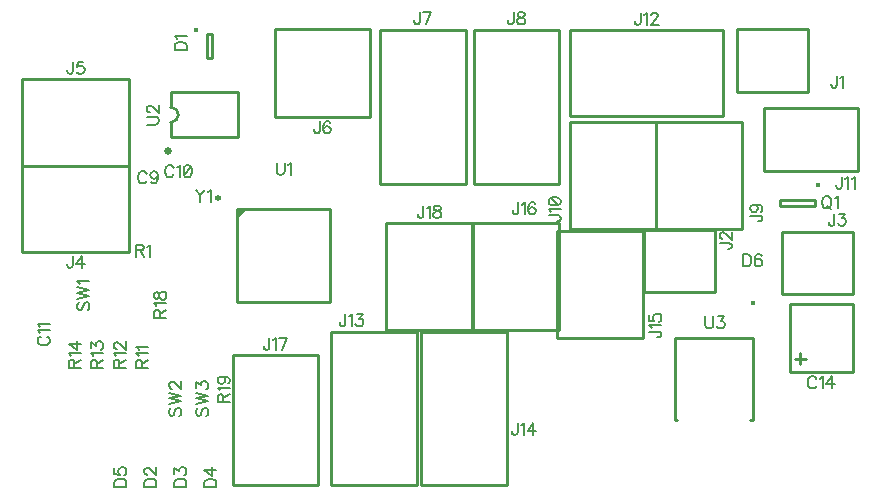
<source format=gbr>
G04 DipTrace 3.2.0.0*
G04 Science_board_v2_TopSilk.gbr*
%MOMM*%
G04 #@! TF.FileFunction,Legend,Top*
G04 #@! TF.Part,Single*
%ADD10C,0.25*%
%ADD24O,0.39176X0.39154*%
%ADD34O,0.39127X0.39157*%
%ADD38O,0.52705X0.52578*%
%ADD41C,0.63516*%
%ADD43C,0.39142*%
%ADD104C,0.15*%
%FSLAX35Y35*%
G04*
G71*
G90*
G75*
G01*
G04 TopSilk*
%LPD*%
X7223250Y1074000D2*
D10*
X6688250D1*
Y1654000D1*
X7223250D1*
Y1074000D1*
X6778237Y1144006D2*
Y1234022D1*
X6828260Y1189014D2*
X6733243D1*
D24*
X1663885Y3970342D3*
X1751263Y3937005D2*
D10*
Y3736988D1*
X1801237D1*
Y3937005D1*
X1751263D1*
X6245235Y3979750D2*
X6845250D1*
Y3449726D1*
X6245235D1*
Y3979750D1*
X5456852Y2283013D2*
X6056867D1*
Y1752989D1*
X5456852D1*
Y2283013D1*
X6626235Y2265250D2*
X7226250D1*
Y1735226D1*
X6626235D1*
Y2265250D1*
X192750Y2824500D2*
X1097750D1*
Y2094500D1*
X192750D1*
Y2824500D1*
Y3554750D2*
X1097750D1*
Y2824750D1*
X192750D1*
Y3554750D1*
X3138000Y3233250D2*
X2328000D1*
Y3983250D1*
X3138000D1*
Y3233250D1*
X3944250Y3973250D2*
X3219250D1*
Y2673250D1*
X3944250D1*
Y3973250D1*
X4738000D2*
X4013000D1*
Y2673250D1*
X4738000D1*
Y3973250D1*
X6288500Y3193000D2*
X5558500D1*
Y2288000D1*
X6288500D1*
Y3193000D1*
X5558250D2*
X4828250D1*
Y2288000D1*
X5558250D1*
Y3193000D1*
X6467480Y3313000D2*
X7267500D1*
Y2782976D1*
X6467480D1*
Y3313000D1*
X4828290Y3971813D2*
X6128290D1*
Y3246813D1*
X4828290D1*
Y3971813D1*
X2807000Y119250D2*
X3532000D1*
Y1419250D1*
X2807000D1*
Y119250D1*
X3569000D2*
X4294000D1*
Y1419250D1*
X3569000D1*
Y119250D1*
X5446337Y2272250D2*
X4716337D1*
Y1367250D1*
X5446337D1*
Y2272250D1*
X4732173Y2335750D2*
X4002173D1*
Y1430750D1*
X4732173D1*
Y2335750D1*
X2695067Y1219620D2*
X1975067D1*
Y119620D1*
X2695067D1*
Y1219620D1*
X4003680Y2335750D2*
X3273680D1*
Y1430750D1*
X4003680D1*
Y2335750D1*
D34*
X6929106Y2660869D3*
X6905736Y2533512D2*
D10*
X6605750D1*
Y2483488D1*
X6905736D1*
Y2533512D1*
X2010030Y2461470D2*
X2799970D1*
Y1671530D1*
X2010030D1*
Y2461470D1*
G36*
D2*
Y2369395D1*
X2102105Y2461470D1*
X2010030D1*
G37*
D38*
X1851979Y2553672D3*
X1448983Y3445435D2*
D10*
X2020498D1*
Y3064432D1*
X1448983D1*
Y3191409D1*
Y3445435D2*
Y3318458D1*
Y3191409D2*
G03X1448983Y3318458I-9J63525D01*
G01*
D41*
X1426486Y2948188D3*
X6376679Y1368318D2*
D10*
X5716680D1*
X6376679Y668321D2*
Y1368318D1*
Y668321D2*
X6356702D1*
X5716680D2*
Y1368318D1*
Y668321D2*
X5736657D1*
D43*
X6374309Y1660281D3*
X1245656Y2751858D2*
D104*
X1240827Y2761516D1*
X1231056Y2771287D1*
X1221397Y2776116D1*
X1201968D1*
X1192197Y2771287D1*
X1182539Y2761516D1*
X1177597Y2751858D1*
X1172768Y2737258D1*
Y2712887D1*
X1177597Y2698399D1*
X1182539Y2688629D1*
X1192197Y2678970D1*
X1201968Y2674029D1*
X1221397D1*
X1231056Y2678970D1*
X1240827Y2688629D1*
X1245656Y2698399D1*
X1338885Y2742087D2*
X1333944Y2727487D1*
X1324285Y2717716D1*
X1309685Y2712887D1*
X1304856D1*
X1290256Y2717716D1*
X1280597Y2727487D1*
X1275656Y2742087D1*
Y2746916D1*
X1280597Y2761516D1*
X1290256Y2771175D1*
X1304856Y2776004D1*
X1309685D1*
X1324285Y2771175D1*
X1333944Y2761516D1*
X1338885Y2742087D1*
Y2717716D1*
X1333944Y2693458D1*
X1324285Y2678858D1*
X1309685Y2674029D1*
X1300027D1*
X1285427Y2678858D1*
X1280597Y2688629D1*
X1474229Y2804901D2*
X1469400Y2814559D1*
X1459629Y2824330D1*
X1449971Y2829159D1*
X1430542D1*
X1420771Y2824330D1*
X1411112Y2814559D1*
X1406171Y2804901D1*
X1401342Y2790301D1*
Y2765930D1*
X1406171Y2751443D1*
X1411112Y2741672D1*
X1420771Y2732013D1*
X1430542Y2727072D1*
X1449971D1*
X1459629Y2732013D1*
X1469400Y2741672D1*
X1474229Y2751443D1*
X1504229Y2809618D2*
X1514000Y2814559D1*
X1528600Y2829047D1*
Y2727072D1*
X1587800Y2829047D2*
X1573200Y2824218D1*
X1563429Y2809618D1*
X1558600Y2785359D1*
Y2770759D1*
X1563429Y2746501D1*
X1573200Y2731901D1*
X1587800Y2727072D1*
X1597458D1*
X1612058Y2731901D1*
X1621717Y2746501D1*
X1626658Y2770759D1*
Y2785359D1*
X1621717Y2809618D1*
X1612058Y2824218D1*
X1597458Y2829047D1*
X1587800D1*
X1621717Y2809618D2*
X1563429Y2746501D1*
X345922Y1376253D2*
X336264Y1371424D1*
X326493Y1361653D1*
X321664Y1351995D1*
Y1332566D1*
X326493Y1322795D1*
X336264Y1313136D1*
X345922Y1308195D1*
X360522Y1303366D1*
X384893D1*
X399381Y1308195D1*
X409152Y1313136D1*
X418810Y1322795D1*
X423752Y1332566D1*
Y1351995D1*
X418810Y1361653D1*
X409152Y1371424D1*
X399381Y1376253D1*
X341206Y1406253D2*
X336264Y1416024D1*
X321776Y1430624D1*
X423752D1*
X341206Y1460624D2*
X336264Y1470395D1*
X321776Y1484995D1*
X423752D1*
X6913565Y1015625D2*
X6908735Y1025283D1*
X6898965Y1035054D1*
X6889306Y1039883D1*
X6869877D1*
X6860106Y1035054D1*
X6850448Y1025283D1*
X6845506Y1015625D1*
X6840677Y1001025D1*
Y976654D1*
X6845506Y962166D1*
X6850448Y952395D1*
X6860106Y942737D1*
X6869877Y937795D1*
X6889306D1*
X6898965Y942737D1*
X6908735Y952395D1*
X6913565Y962166D1*
X6943565Y1020342D2*
X6953335Y1025283D1*
X6967935Y1039771D1*
Y937795D1*
X7046565D2*
Y1039771D1*
X6997935Y971825D1*
X7070823D1*
X1480304Y3802239D2*
X1582392D1*
Y3836268D1*
X1577450Y3850868D1*
X1567792Y3860639D1*
X1558021Y3865468D1*
X1543533Y3870297D1*
X1519162D1*
X1504562Y3865468D1*
X1494904Y3860639D1*
X1485133Y3850868D1*
X1480304Y3836268D1*
Y3802239D1*
X1499846Y3900297D2*
X1494904Y3910068D1*
X1480416Y3924668D1*
X1582392D1*
X1225554Y104442D2*
X1327642D1*
Y138471D1*
X1322700Y153071D1*
X1313042Y162842D1*
X1303271Y167671D1*
X1288783Y172500D1*
X1264412D1*
X1249812Y167671D1*
X1240154Y162842D1*
X1230383Y153071D1*
X1225554Y138471D1*
Y104442D1*
X1249925Y207442D2*
X1245096D1*
X1235325Y212271D1*
X1230496Y217100D1*
X1225666Y226871D1*
Y246300D1*
X1230496Y255959D1*
X1235325Y260788D1*
X1245096Y265729D1*
X1254754D1*
X1264525Y260788D1*
X1279012Y251129D1*
X1327642Y202500D1*
Y270558D1*
X1479554Y104442D2*
X1581642D1*
Y138471D1*
X1576700Y153071D1*
X1567042Y162842D1*
X1557271Y167671D1*
X1542783Y172500D1*
X1518412D1*
X1503812Y167671D1*
X1494154Y162842D1*
X1484383Y153071D1*
X1479554Y138471D1*
Y104442D1*
X1479666Y212271D2*
Y265617D1*
X1518525Y236529D1*
Y251129D1*
X1523354Y260788D1*
X1528183Y265617D1*
X1542783Y270559D1*
X1552442D1*
X1567042Y265617D1*
X1576812Y255958D1*
X1581642Y241358D1*
Y226758D1*
X1576812Y212271D1*
X1571871Y207442D1*
X1562212Y202500D1*
X1733554Y102027D2*
X1835642D1*
Y136056D1*
X1830700Y150656D1*
X1821042Y160427D1*
X1811271Y165256D1*
X1796783Y170086D1*
X1772412D1*
X1757812Y165256D1*
X1748154Y160427D1*
X1738383Y150656D1*
X1733554Y136056D1*
Y102027D1*
X1835642Y248715D2*
X1733666D1*
X1801612Y200086D1*
Y272973D1*
X971554Y104442D2*
X1073642D1*
Y138471D1*
X1068700Y153071D1*
X1059042Y162842D1*
X1049271Y167671D1*
X1034783Y172500D1*
X1010412D1*
X995812Y167671D1*
X986154Y162842D1*
X976383Y153071D1*
X971554Y138471D1*
Y104442D1*
X971666Y260788D2*
Y212271D1*
X1015354Y207442D1*
X1010525Y212271D1*
X1005583Y226871D1*
Y241359D1*
X1010525Y255959D1*
X1020183Y265729D1*
X1034783Y270559D1*
X1044442D1*
X1059042Y265729D1*
X1068812Y255958D1*
X1073642Y241358D1*
Y226871D1*
X1068812Y212271D1*
X1063871Y207442D1*
X1054212Y202500D1*
X6294402Y2074016D2*
Y1971929D1*
X6328432D1*
X6343032Y1976870D1*
X6352802Y1986529D1*
X6357632Y1996299D1*
X6362461Y2010787D1*
Y2035158D1*
X6357632Y2049758D1*
X6352802Y2059416D1*
X6343032Y2069187D1*
X6328432Y2074016D1*
X6294402D1*
X6450748Y2059416D2*
X6445919Y2069075D1*
X6431319Y2073904D1*
X6421661D1*
X6407061Y2069075D1*
X6397290Y2054475D1*
X6392461Y2030216D1*
Y2005958D1*
X6397290Y1986529D1*
X6407061Y1976758D1*
X6421661Y1971929D1*
X6426490D1*
X6440978Y1976758D1*
X6450748Y1986529D1*
X6455578Y2001129D1*
Y2005958D1*
X6450748Y2020558D1*
X6440978Y2030216D1*
X6426490Y2035046D1*
X6421661D1*
X6407061Y2030216D1*
X6397290Y2020558D1*
X6392461Y2005958D1*
X7088299Y3587023D2*
Y3509306D1*
X7083470Y3494706D1*
X7078528Y3489877D1*
X7068870Y3484935D1*
X7059099D1*
X7049441Y3489877D1*
X7044612Y3494706D1*
X7039670Y3509306D1*
Y3518965D1*
X7118299Y3567482D2*
X7128070Y3572423D1*
X7142670Y3586911D1*
Y3484935D1*
X6094634Y2167869D2*
X6172351D1*
X6186951Y2163040D1*
X6191780Y2158098D1*
X6196721Y2148440D1*
Y2138669D1*
X6191780Y2129011D1*
X6186951Y2124181D1*
X6172351Y2119240D1*
X6162692D1*
X6119005Y2202810D2*
X6114175D1*
X6104405Y2207640D1*
X6099575Y2212469D1*
X6094746Y2222240D1*
Y2241669D1*
X6099575Y2251327D1*
X6104405Y2256157D1*
X6114175Y2261098D1*
X6123834D1*
X6133605Y2256157D1*
X6148092Y2246498D1*
X6196721Y2197869D1*
Y2265927D1*
X7067482Y2417609D2*
Y2339893D1*
X7062653Y2325293D1*
X7057711Y2320463D1*
X7048053Y2315522D1*
X7038282D1*
X7028624Y2320463D1*
X7023794Y2325293D1*
X7018853Y2339893D1*
Y2349551D1*
X7107253Y2417497D2*
X7160599D1*
X7131511Y2378639D1*
X7146111D1*
X7155770Y2373809D1*
X7160599Y2368980D1*
X7165541Y2354380D1*
Y2344722D1*
X7160599Y2330122D1*
X7150941Y2320351D1*
X7136341Y2315522D1*
X7121741D1*
X7107253Y2320351D1*
X7102424Y2325293D1*
X7097482Y2334951D1*
X618121Y2060383D2*
Y1982666D1*
X613292Y1968066D1*
X608350Y1963237D1*
X598692Y1958295D1*
X588921D1*
X579262Y1963237D1*
X574433Y1968066D1*
X569492Y1982666D1*
Y1992325D1*
X696750Y1958295D2*
Y2060271D1*
X648121Y1992325D1*
X721008D1*
X620535Y3703196D2*
Y3625479D1*
X615706Y3610879D1*
X610765Y3606050D1*
X601106Y3601108D1*
X591335D1*
X581677Y3606050D1*
X576848Y3610879D1*
X571906Y3625479D1*
Y3635138D1*
X708823Y3703084D2*
X660306D1*
X655477Y3659396D1*
X660306Y3664225D1*
X674906Y3669167D1*
X689394D1*
X703994Y3664225D1*
X713765Y3654567D1*
X718594Y3639967D1*
Y3630308D1*
X713765Y3615708D1*
X703994Y3605938D1*
X689394Y3601108D1*
X674906D1*
X660306Y3605938D1*
X655477Y3610879D1*
X650535Y3620538D1*
X2710756Y3199133D2*
Y3121416D1*
X2705927Y3106816D1*
X2700985Y3101987D1*
X2691327Y3097045D1*
X2681556D1*
X2671898Y3101987D1*
X2667068Y3106816D1*
X2662127Y3121416D1*
Y3131075D1*
X2799044Y3184533D2*
X2794215Y3194192D1*
X2779615Y3199021D1*
X2769956D1*
X2755356Y3194192D1*
X2745585Y3179592D1*
X2740756Y3155333D1*
Y3131075D1*
X2745585Y3111645D1*
X2755356Y3101875D1*
X2769956Y3097045D1*
X2774785D1*
X2789273Y3101875D1*
X2799044Y3111645D1*
X2803873Y3126245D1*
Y3131075D1*
X2799044Y3145675D1*
X2789273Y3155333D1*
X2774785Y3160162D1*
X2769956D1*
X2755356Y3155333D1*
X2745585Y3145675D1*
X2740756Y3131075D1*
X3557035Y4121696D2*
Y4043979D1*
X3552206Y4029379D1*
X3547265Y4024550D1*
X3537606Y4019608D1*
X3527835D1*
X3518177Y4024550D1*
X3513348Y4029379D1*
X3508406Y4043979D1*
Y4053638D1*
X3606465Y4019608D2*
X3655094Y4121584D1*
X3587035D1*
X4350842Y4121696D2*
Y4043979D1*
X4346012Y4029379D1*
X4341071Y4024550D1*
X4331412Y4019608D1*
X4321642D1*
X4311983Y4024550D1*
X4307154Y4029379D1*
X4302212Y4043979D1*
Y4053638D1*
X4405100Y4121584D2*
X4390612Y4116755D1*
X4385671Y4107096D1*
Y4097325D1*
X4390612Y4087667D1*
X4400271Y4082725D1*
X4419700Y4077896D1*
X4434300Y4073067D1*
X4443958Y4063296D1*
X4448788Y4053638D1*
Y4039038D1*
X4443958Y4029379D1*
X4439129Y4024438D1*
X4424529Y4019608D1*
X4405100D1*
X4390612Y4024438D1*
X4385671Y4029379D1*
X4380842Y4039038D1*
Y4053638D1*
X4385671Y4063296D1*
X4395442Y4073067D1*
X4409929Y4077896D1*
X4429358Y4082725D1*
X4439129Y4087667D1*
X4443958Y4097325D1*
Y4107096D1*
X4439129Y4116755D1*
X4424529Y4121584D1*
X4405100D1*
X6354367Y2400700D2*
X6432084D1*
X6446684Y2395871D1*
X6451513Y2390929D1*
X6456455Y2381271D1*
Y2371500D1*
X6451513Y2361842D1*
X6446684Y2357013D1*
X6432084Y2352071D1*
X6422425D1*
X6388396Y2493929D2*
X6402996Y2488988D1*
X6412767Y2479329D1*
X6417596Y2464729D1*
Y2459900D1*
X6412767Y2445300D1*
X6402996Y2435642D1*
X6388396Y2430700D1*
X6383567D1*
X6368967Y2435642D1*
X6359309Y2445300D1*
X6354479Y2459900D1*
Y2464729D1*
X6359309Y2479329D1*
X6368967Y2488988D1*
X6388396Y2493929D1*
X6412767D1*
X6437026Y2488988D1*
X6451625Y2479329D1*
X6456455Y2464729D1*
Y2455071D1*
X6451626Y2440471D1*
X6441855Y2435642D1*
X4648054Y2402850D2*
X4725771D1*
X4740371Y2398021D1*
X4745200Y2393079D1*
X4750142Y2383421D1*
Y2373650D1*
X4745200Y2363992D1*
X4740371Y2359163D1*
X4725771Y2354221D1*
X4716112D1*
X4667596Y2432850D2*
X4662654Y2442621D1*
X4648166Y2457221D1*
X4750142D1*
X4648166Y2516421D2*
X4652996Y2501821D1*
X4667596Y2492050D1*
X4691854Y2487221D1*
X4706454D1*
X4730712Y2492050D1*
X4745312Y2501821D1*
X4750142Y2516421D1*
Y2526079D1*
X4745312Y2540679D1*
X4730712Y2550338D1*
X4706454Y2555279D1*
X4691854D1*
X4667596Y2550338D1*
X4652996Y2540679D1*
X4648166Y2526079D1*
Y2516421D1*
X4667596Y2550338D2*
X4730712Y2492050D1*
X7129944Y2731196D2*
Y2653479D1*
X7125115Y2638879D1*
X7120173Y2634050D1*
X7110515Y2629108D1*
X7100744D1*
X7091085Y2634050D1*
X7086256Y2638879D1*
X7081315Y2653479D1*
Y2663138D1*
X7159944Y2711655D2*
X7169715Y2716596D1*
X7184315Y2731084D1*
Y2629108D1*
X7214315Y2711655D2*
X7224085Y2716596D1*
X7238685Y2731084D1*
Y2629108D1*
X5426390Y4120259D2*
Y4042543D1*
X5421561Y4027943D1*
X5416619Y4023113D1*
X5406961Y4018172D1*
X5397190D1*
X5387532Y4023113D1*
X5382702Y4027943D1*
X5377761Y4042543D1*
Y4052201D1*
X5456390Y4100718D2*
X5466161Y4105659D1*
X5480761Y4120147D1*
Y4018172D1*
X5515702Y4095889D2*
Y4100718D1*
X5520532Y4110489D1*
X5525361Y4115318D1*
X5535132Y4120147D1*
X5554561D1*
X5564219Y4115318D1*
X5569048Y4110489D1*
X5573990Y4100718D1*
Y4091059D1*
X5569048Y4081289D1*
X5559390Y4066801D1*
X5510761Y4018172D1*
X5578819D1*
X2927100Y1567696D2*
Y1489979D1*
X2922271Y1475379D1*
X2917329Y1470550D1*
X2907671Y1465608D1*
X2897900D1*
X2888242Y1470550D1*
X2883412Y1475379D1*
X2878471Y1489979D1*
Y1499638D1*
X2957100Y1548155D2*
X2966871Y1553096D1*
X2981471Y1567584D1*
Y1465608D1*
X3021242Y1567584D2*
X3074588D1*
X3045500Y1528725D1*
X3060100D1*
X3069758Y1523896D1*
X3074588Y1519067D1*
X3079529Y1504467D1*
Y1494808D1*
X3074588Y1480208D1*
X3064929Y1470438D1*
X3050329Y1465608D1*
X3035729D1*
X3021242Y1470438D1*
X3016412Y1475379D1*
X3011471Y1485038D1*
X4385185Y646946D2*
Y569229D1*
X4380356Y554629D1*
X4375415Y549800D1*
X4365756Y544858D1*
X4355985D1*
X4346327Y549800D1*
X4341498Y554629D1*
X4336556Y569229D1*
Y578888D1*
X4415185Y627405D2*
X4424956Y632346D1*
X4439556Y646834D1*
Y544858D1*
X4518185D2*
Y646834D1*
X4469556Y578888D1*
X4542444D1*
X5500297Y1419110D2*
X5578014D1*
X5592614Y1414281D1*
X5597443Y1409339D1*
X5602385Y1399681D1*
Y1389910D1*
X5597443Y1380252D1*
X5592614Y1375423D1*
X5578014Y1370481D1*
X5568356D1*
X5519839Y1449110D2*
X5514897Y1458881D1*
X5500410Y1473481D1*
X5602385D1*
X5500410Y1561769D2*
Y1513252D1*
X5544097Y1508422D1*
X5539268Y1513252D1*
X5534327Y1527852D1*
Y1542339D1*
X5539268Y1556939D1*
X5548927Y1566710D1*
X5563527Y1571539D1*
X5573185D1*
X5587785Y1566710D1*
X5597556Y1556939D1*
X5602385Y1542339D1*
Y1527852D1*
X5597556Y1513252D1*
X5592614Y1508422D1*
X5582956Y1503481D1*
X4390721Y2513466D2*
Y2435749D1*
X4385892Y2421149D1*
X4380950Y2416320D1*
X4371292Y2411378D1*
X4361521D1*
X4351862Y2416320D1*
X4347033Y2421149D1*
X4342092Y2435749D1*
Y2445408D1*
X4420721Y2493925D2*
X4430492Y2498866D1*
X4445092Y2513354D1*
Y2411378D1*
X4533379Y2498866D2*
X4528550Y2508525D1*
X4513950Y2513354D1*
X4504292D1*
X4489692Y2508525D1*
X4479921Y2493925D1*
X4475092Y2469666D1*
Y2445408D1*
X4479921Y2425978D1*
X4489692Y2416208D1*
X4504292Y2411378D1*
X4509121D1*
X4523608Y2416208D1*
X4533379Y2425978D1*
X4538208Y2440578D1*
Y2445408D1*
X4533379Y2460008D1*
X4523608Y2469666D1*
X4509121Y2474495D1*
X4504292D1*
X4489692Y2469666D1*
X4479921Y2460008D1*
X4475092Y2445408D1*
X2283167Y1368066D2*
Y1290349D1*
X2278337Y1275749D1*
X2273396Y1270920D1*
X2263737Y1265978D1*
X2253967D1*
X2244308Y1270920D1*
X2239479Y1275749D1*
X2234537Y1290349D1*
Y1300008D1*
X2313167Y1348525D2*
X2322937Y1353466D1*
X2337537Y1367954D1*
Y1265978D1*
X2386967D2*
X2435596Y1367954D1*
X2367537D1*
X3586836Y2484196D2*
Y2406479D1*
X3582007Y2391879D1*
X3577065Y2387050D1*
X3567407Y2382108D1*
X3557636D1*
X3547978Y2387050D1*
X3543148Y2391879D1*
X3538207Y2406479D1*
Y2416138D1*
X3616836Y2464655D2*
X3626607Y2469596D1*
X3641207Y2484084D1*
Y2382108D1*
X3695465Y2484084D2*
X3680978Y2479255D1*
X3676036Y2469596D1*
Y2459825D1*
X3680978Y2450167D1*
X3690636Y2445225D1*
X3710065Y2440396D1*
X3724665Y2435567D1*
X3734324Y2425796D1*
X3739153Y2416138D1*
Y2401538D1*
X3734324Y2391879D1*
X3729495Y2386938D1*
X3714895Y2382108D1*
X3695465D1*
X3680978Y2386938D1*
X3676036Y2391879D1*
X3671207Y2401538D1*
Y2416138D1*
X3676036Y2425796D1*
X3685807Y2435567D1*
X3700295Y2440396D1*
X3719724Y2445225D1*
X3729495Y2450167D1*
X3734324Y2459825D1*
Y2469596D1*
X3729495Y2479255D1*
X3714895Y2484084D1*
X3695465D1*
X6992530Y2565839D2*
X6982872Y2561123D1*
X6973101Y2551352D1*
X6968272Y2541581D1*
X6963330Y2526981D1*
Y2502723D1*
X6968272Y2488123D1*
X6973101Y2478464D1*
X6982872Y2468693D1*
X6992530Y2463864D1*
X7011959D1*
X7021730Y2468693D1*
X7031388Y2478464D1*
X7036218Y2488123D1*
X7041159Y2502723D1*
Y2526981D1*
X7036218Y2541581D1*
X7031388Y2551352D1*
X7021730Y2561123D1*
X7011959Y2565839D1*
X6992530D1*
X7007130Y2483293D2*
X7036218Y2454093D1*
X7071159Y2546298D2*
X7080930Y2551239D1*
X7095530Y2565727D1*
Y2463752D1*
X1153375Y2108090D2*
X1197063D1*
X1211663Y2113032D1*
X1216605Y2117861D1*
X1221434Y2127519D1*
Y2137290D1*
X1216605Y2146949D1*
X1211663Y2151890D1*
X1197063Y2156719D1*
X1153375D1*
Y2054632D1*
X1187405Y2108090D2*
X1221434Y2054632D1*
X1251434Y2137178D2*
X1261205Y2142119D1*
X1275805Y2156607D1*
Y2054632D1*
X1204913Y1114944D2*
Y1158631D1*
X1199972Y1173231D1*
X1195142Y1178173D1*
X1185484Y1183002D1*
X1175713D1*
X1166055Y1178173D1*
X1161113Y1173231D1*
X1156284Y1158631D1*
Y1114944D1*
X1258372D1*
X1204913Y1148973D2*
X1258372Y1183002D1*
X1175826Y1213002D2*
X1170884Y1222773D1*
X1156396Y1237373D1*
X1258372D1*
X1175826Y1267373D2*
X1170884Y1277143D1*
X1156396Y1291743D1*
X1258372D1*
X1013433Y1115096D2*
Y1158784D1*
X1008492Y1173384D1*
X1003662Y1178326D1*
X994004Y1183155D1*
X984233D1*
X974575Y1178326D1*
X969633Y1173384D1*
X964804Y1158784D1*
Y1115096D1*
X1066892D1*
X1013433Y1149126D2*
X1066892Y1183155D1*
X984346Y1213155D2*
X979404Y1222926D1*
X964916Y1237526D1*
X1066892Y1237525D1*
X989175Y1272467D2*
X984346D1*
X974575Y1277296D1*
X969746Y1282126D1*
X964916Y1291896D1*
Y1311325D1*
X969746Y1320984D1*
X974575Y1325813D1*
X984346Y1330755D1*
X994004D1*
X1003775Y1325813D1*
X1018262Y1316155D1*
X1066892Y1267525D1*
Y1335584D1*
X822933Y1115096D2*
Y1158784D1*
X817992Y1173384D1*
X813162Y1178326D1*
X803504Y1183155D1*
X793733D1*
X784075Y1178326D1*
X779133Y1173384D1*
X774304Y1158784D1*
Y1115096D1*
X876392D1*
X822933Y1149126D2*
X876392Y1183155D1*
X793846Y1213155D2*
X788904Y1222926D1*
X774416Y1237526D1*
X876392Y1237525D1*
X774416Y1277296D2*
Y1330642D1*
X813275Y1301555D1*
Y1316155D1*
X818104Y1325813D1*
X822933Y1330642D1*
X837533Y1335584D1*
X847192D1*
X861792Y1330642D1*
X871562Y1320984D1*
X876392Y1306384D1*
Y1291784D1*
X871562Y1277296D1*
X866621Y1272467D1*
X856962Y1267525D1*
X632433Y1112682D2*
Y1156370D1*
X627492Y1170969D1*
X622662Y1175911D1*
X613004Y1180740D1*
X603233D1*
X593575Y1175911D1*
X588633Y1170970D1*
X583804Y1156370D1*
Y1112682D1*
X685892D1*
X632433Y1146711D2*
X685892Y1180740D1*
X603346Y1210740D2*
X598404Y1220511D1*
X583916Y1235111D1*
X685892D1*
Y1313740D2*
X583916D1*
X651862Y1265111D1*
Y1337998D1*
X1355403Y1538113D2*
Y1581800D1*
X1350462Y1596400D1*
X1345632Y1601342D1*
X1335974Y1606171D1*
X1326203D1*
X1316545Y1601342D1*
X1311603Y1596400D1*
X1306774Y1581800D1*
Y1538113D1*
X1408862D1*
X1355403Y1572142D2*
X1408862Y1606171D1*
X1326316Y1636171D2*
X1321374Y1645942D1*
X1306886Y1660542D1*
X1408862D1*
X1306886Y1714800D2*
X1311716Y1700312D1*
X1321374Y1695371D1*
X1331145D1*
X1340803Y1700312D1*
X1345745Y1709971D1*
X1350574Y1729400D1*
X1355403Y1744000D1*
X1365174Y1753659D1*
X1374832Y1758488D1*
X1389432D1*
X1399091Y1753658D1*
X1404032Y1748829D1*
X1408862Y1734229D1*
Y1714800D1*
X1404032Y1700312D1*
X1399091Y1695371D1*
X1389432Y1690542D1*
X1374832D1*
X1365174Y1695371D1*
X1355403Y1705142D1*
X1350574Y1719629D1*
X1345745Y1739059D1*
X1340803Y1748829D1*
X1331145Y1753659D1*
X1321374D1*
X1311716Y1748829D1*
X1306886Y1734229D1*
Y1714800D1*
X1893846Y823531D2*
X1893847Y867219D1*
X1888905Y881819D1*
X1884076Y886760D1*
X1874417Y891589D1*
X1864647D1*
X1854988Y886760D1*
X1850047Y881819D1*
X1845217Y867219D1*
Y823531D1*
X1947305D1*
X1893847Y857560D2*
X1947305Y891589D1*
X1864759Y921589D2*
X1859817Y931360D1*
X1845330Y945960D1*
X1947305D1*
X1879247Y1039189D2*
X1893847Y1034248D1*
X1903617Y1024589D1*
X1908447Y1009989D1*
Y1005160D1*
X1903617Y990560D1*
X1893847Y980902D1*
X1879247Y975960D1*
X1874417D1*
X1859817Y980902D1*
X1850159Y990560D1*
X1845330Y1005160D1*
Y1009989D1*
X1850159Y1024589D1*
X1859817Y1034248D1*
X1879247Y1039189D1*
X1903617D1*
X1927876Y1034248D1*
X1942476Y1024589D1*
X1947305Y1009989D1*
Y1000331D1*
X1942476Y985731D1*
X1932705Y980902D1*
X671214Y1666498D2*
X661443Y1656840D1*
X656614Y1642240D1*
Y1622811D1*
X661443Y1608211D1*
X671214Y1598440D1*
X680872D1*
X690643Y1603381D1*
X695472Y1608211D1*
X700302Y1617869D1*
X710072Y1647069D1*
X714902Y1656840D1*
X719843Y1661669D1*
X729502Y1666498D1*
X744102D1*
X753760Y1656840D1*
X758702Y1642240D1*
Y1622810D1*
X753760Y1608211D1*
X744102Y1598440D1*
X656614Y1696498D2*
X758702Y1720869D1*
X656614Y1745127D1*
X758702Y1769386D1*
X656614Y1793757D1*
X676156Y1823756D2*
X671214Y1833527D1*
X656726Y1848127D1*
X758702D1*
X1449504Y774504D2*
X1439733Y764846D1*
X1434904Y750246D1*
Y730817D1*
X1439733Y716217D1*
X1449504Y706446D1*
X1459162D1*
X1468933Y711388D1*
X1473762Y716217D1*
X1478592Y725875D1*
X1488362Y755075D1*
X1493192Y764846D1*
X1498133Y769675D1*
X1507792Y774504D1*
X1522392D1*
X1532050Y764846D1*
X1536992Y750246D1*
Y730817D1*
X1532050Y716217D1*
X1522392Y706446D1*
X1434904Y804504D2*
X1536992Y828875D1*
X1434904Y853133D1*
X1536992Y877392D1*
X1434904Y901763D1*
X1459275Y936704D2*
X1454446D1*
X1444675Y941533D1*
X1439846Y946363D1*
X1435016Y956133D1*
Y975563D1*
X1439846Y985221D1*
X1444675Y990050D1*
X1454446Y994992D1*
X1464104D1*
X1473875Y990050D1*
X1488362Y980392D1*
X1536992Y931763D1*
Y999821D1*
X1677484Y774504D2*
X1667713Y764846D1*
X1662884Y750246D1*
Y730817D1*
X1667713Y716217D1*
X1677484Y706446D1*
X1687142D1*
X1696913Y711388D1*
X1701742Y716217D1*
X1706572Y725875D1*
X1716342Y755075D1*
X1721172Y764846D1*
X1726113Y769675D1*
X1735772Y774504D1*
X1750372D1*
X1760030Y764846D1*
X1764972Y750246D1*
Y730817D1*
X1760030Y716217D1*
X1750372Y706446D1*
X1662884Y804504D2*
X1764972Y828875D1*
X1662884Y853133D1*
X1764972Y877392D1*
X1662884Y901763D1*
X1662996Y941533D2*
Y994880D1*
X1701855Y965792D1*
Y980392D1*
X1706684Y990050D1*
X1711513Y994880D1*
X1726113Y999821D1*
X1735772D1*
X1750372Y994879D1*
X1760142Y985221D1*
X1764972Y970621D1*
Y956021D1*
X1760142Y941533D1*
X1755201Y936704D1*
X1745542Y931763D1*
X2343785Y2849946D2*
Y2777058D1*
X2348615Y2762458D1*
X2358385Y2752800D1*
X2372985Y2747858D1*
X2382644D1*
X2397244Y2752800D1*
X2407015Y2762458D1*
X2411844Y2777058D1*
Y2849946D1*
X2441844Y2830405D2*
X2451615Y2835346D1*
X2466215Y2849834D1*
Y2747858D1*
X1246282Y3171875D2*
X1319170D1*
X1333770Y3176704D1*
X1343428Y3186475D1*
X1348370Y3201075D1*
Y3210733D1*
X1343428Y3225333D1*
X1333770Y3235104D1*
X1319170Y3239933D1*
X1246282Y3239934D1*
X1270653Y3274875D2*
X1265824D1*
X1256053Y3279704D1*
X1251224Y3284534D1*
X1246395Y3294304D1*
Y3313733D1*
X1251224Y3323392D1*
X1256053Y3328221D1*
X1265824Y3333163D1*
X1275482D1*
X1285253Y3328221D1*
X1299741Y3318563D1*
X1348370Y3269933D1*
Y3337992D1*
X5972222Y1548566D2*
Y1475678D1*
X5977051Y1461078D1*
X5986822Y1451420D1*
X6001422Y1446478D1*
X6011080D1*
X6025680Y1451420D1*
X6035451Y1461078D1*
X6040280Y1475678D1*
Y1548566D1*
X6080051Y1548454D2*
X6133397D1*
X6104309Y1509595D1*
X6118909D1*
X6128568Y1504766D1*
X6133397Y1499937D1*
X6138338Y1485337D1*
Y1475678D1*
X6133397Y1461078D1*
X6123738Y1451308D1*
X6109138Y1446478D1*
X6094538D1*
X6080051Y1451308D1*
X6075222Y1456249D1*
X6070280Y1465908D1*
X1658456Y2621909D2*
X1697315Y2573280D1*
Y2519822D1*
X1736173Y2621909D2*
X1697315Y2573280D1*
X1766173Y2602368D2*
X1775944Y2607309D1*
X1790544Y2621797D1*
Y2519822D1*
M02*

</source>
